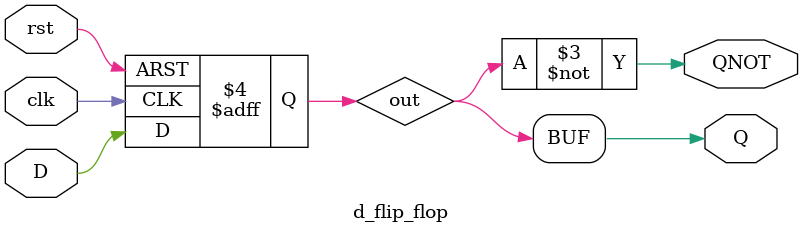
<source format=v>
module d_flip_flop (D, clk, rst, Q, QNOT);	//D flip-flop module

	input wire D, clk, rst;	//inputs clock, data, and reset
	output wire Q,QNOT;	//outputs Q and QNOT
	reg out;	//reg out for always block
	
	always @ (posedge clk or negedge rst)	//always block depends on positive edge of the clock, negative edge of reset
		if (~rst)begin	//if reset is low
			out <= 1'b0;	//out is a 0
		end	//ends if
		else begin	//begin else
		out <= D;	//out is D
		end	//end else
		
	assign Q=out;	//assings out to Q
	assign QNOT=~Q;	//assigns ~Q to QNOT
	
endmodule	//end of module

</source>
